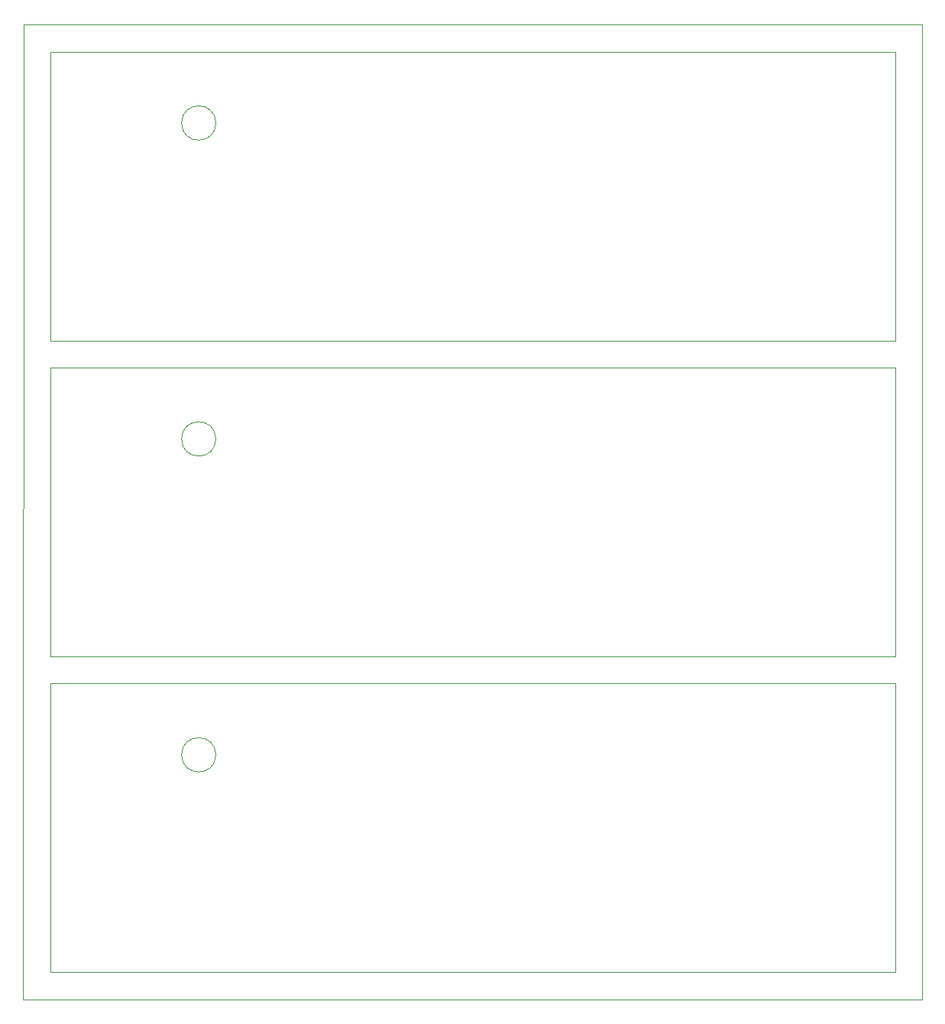
<source format=gbr>
G04 #@! TF.GenerationSoftware,KiCad,Pcbnew,(5.1.5)-3*
G04 #@! TF.CreationDate,2020-05-17T20:08:31+05:30*
G04 #@! TF.ProjectId,panel,70616e65-6c2e-46b6-9963-61645f706362,rev?*
G04 #@! TF.SameCoordinates,Original*
G04 #@! TF.FileFunction,Profile,NP*
%FSLAX46Y46*%
G04 Gerber Fmt 4.6, Leading zero omitted, Abs format (unit mm)*
G04 Created by KiCad (PCBNEW (5.1.5)-3) date 2020-05-17 20:08:31*
%MOMM*%
%LPD*%
G04 APERTURE LIST*
%ADD10C,0.050000*%
G04 APERTURE END LIST*
D10*
X224000000Y-125000000D02*
X224000000Y-157000000D01*
X224000000Y-90000000D02*
X224000000Y-122000000D01*
X135800000Y-157000000D02*
X224000000Y-157000000D01*
X135800000Y-122000000D02*
X224000000Y-122000000D01*
X148700000Y-132900000D02*
G75*
G03X148700000Y-132900000I-1900000J0D01*
G01*
X148700000Y-97900000D02*
G75*
G03X148700000Y-97900000I-1900000J0D01*
G01*
X135800000Y-125000000D02*
X130400000Y-125000000D01*
X135800000Y-90000000D02*
X130400000Y-90000000D01*
X130400000Y-125000000D02*
X130400000Y-157000000D01*
X130400000Y-90000000D02*
X130400000Y-122000000D01*
X130400000Y-157000000D02*
X135800000Y-157000000D01*
X130400000Y-122000000D02*
X135800000Y-122000000D01*
X224000000Y-125000000D02*
X135800000Y-125000000D01*
X224000000Y-90000000D02*
X135800000Y-90000000D01*
X227000000Y-160000000D02*
X127300000Y-160000000D01*
X227000000Y-52000000D02*
X227000000Y-160000000D01*
X127400000Y-52000000D02*
X227000000Y-52000000D01*
X127300000Y-160000000D02*
X127400000Y-52000000D01*
X148700000Y-62900000D02*
G75*
G03X148700000Y-62900000I-1900000J0D01*
G01*
X130400000Y-87000000D02*
X135800000Y-87000000D01*
X130400000Y-55000000D02*
X130400000Y-87000000D01*
X135800000Y-55000000D02*
X130400000Y-55000000D01*
X135800000Y-87000000D02*
X224000000Y-87000000D01*
X224000000Y-55000000D02*
X135800000Y-55000000D01*
X224000000Y-55000000D02*
X224000000Y-87000000D01*
M02*

</source>
